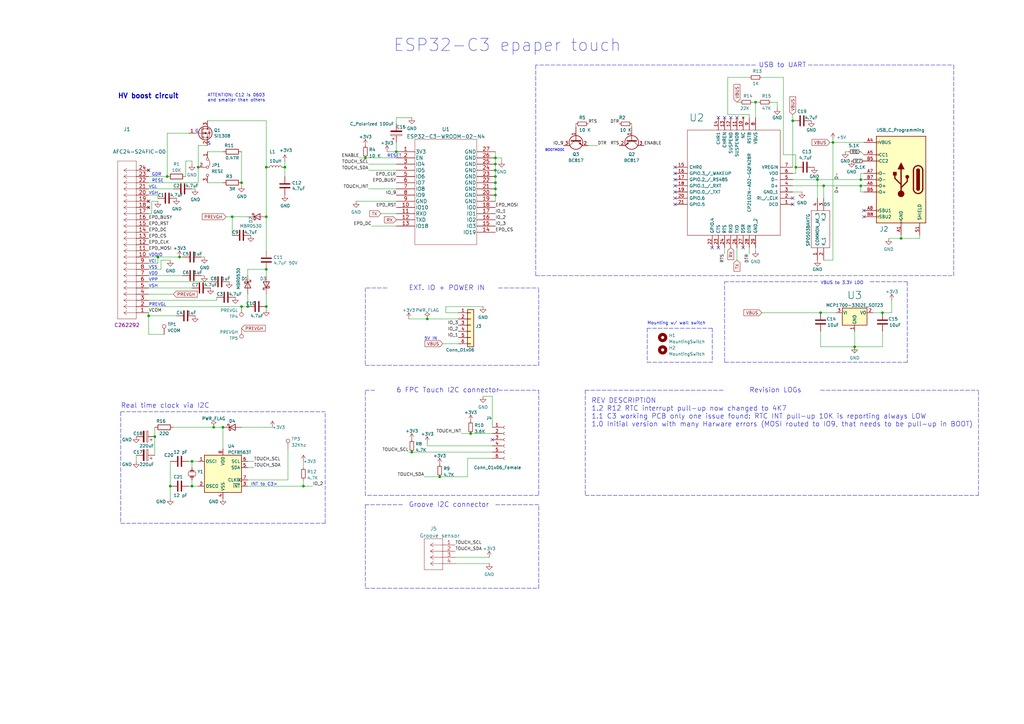
<source format=kicad_sch>
(kicad_sch (version 20211123) (generator eeschema)
  (paper "A3")
  (title_block (title "ESP32-C3 epaper controller with touch") (date "2022-11-22") (rev "1.2") (comment 1 "be used in home appliances with no more than 200 Watts top consumption.") (comment 2 "industrial heavy load devices. This an experimental switch that should only") (comment 3 "it should NOT be used in any case for machinery that is for medical use or") (comment 4 "IMPORTANT: If used as an ON / OFF switch"))
  (junction (at 81.28 68.58))
  (junction (at 124.46 199.39))
  (junction (at 109.22 88.9))
  (junction (at 116.84 68.58))
  (junction (at 99.06 125.73))
  (junction (at 341.63 58.42))
  (junction (at 203.2 67.31))
  (junction (at 180.34 195.58))
  (junction (at 78.74 199.39))
  (junction (at 162.56 62.23))
  (junction (at 149.86 64.77))
  (junction (at 335.28 73.66))
  (junction (at 175.26 130.81))
  (junction (at 369.57 97.79))
  (junction (at 64.77 105.41))
  (junction (at 73.66 105.41))
  (junction (at 203.2 80.01))
  (junction (at 78.74 189.23))
  (junction (at 203.2 74.93))
  (junction (at 309.88 41.91))
  (junction (at 350.52 142.24))
  (junction (at 325.12 49.53))
  (junction (at 109.22 68.58))
  (junction (at 69.85 199.39))
  (junction (at 87.63 175.26))
  (junction (at 109.22 125.73))
  (junction (at 60.96 129.54))
  (junction (at 203.2 77.47))
  (junction (at 168.91 185.42))
  (junction (at 193.04 177.8))
  (junction (at 109.22 110.49))
  (junction (at 353.06 73.66))
  (junction (at 63.5 179.07))
  (junction (at 337.82 76.2))
  (junction (at 361.95 128.27))
  (junction (at 91.44 175.26))
  (junction (at 203.2 69.85))
  (junction (at 336.55 128.27))
  (junction (at 353.06 76.2))
  (junction (at 203.2 64.77))
  (junction (at 101.6 125.73))
  (junction (at 203.2 72.39))
  (junction (at 95.25 88.9))
  (junction (at 99.06 74.93))
  (junction (at 326.39 68.58))
  (junction (at 68.58 72.39))
  (no_connect (at 354.33 88.9))
  (no_connect (at 276.86 68.58))
  (no_connect (at 276.86 78.74))
  (no_connect (at 304.8 101.6))
  (no_connect (at 297.18 48.26))
  (no_connect (at 276.86 81.28))
  (no_connect (at 294.64 48.26))
  (no_connect (at 299.72 48.26))
  (no_connect (at 60.96 85.09))
  (no_connect (at 325.12 81.28))
  (no_connect (at 294.64 101.6))
  (no_connect (at 60.96 69.85))
  (no_connect (at 276.86 76.2))
  (no_connect (at 276.86 73.66))
  (no_connect (at 325.12 83.82))
  (no_connect (at 60.96 82.55))
  (no_connect (at 276.86 71.12))
  (no_connect (at 354.33 86.36))
  (no_connect (at 302.26 48.26))
  (no_connect (at 292.1 101.6))
  (no_connect (at 201.93 180.34))
  (no_connect (at 276.86 83.82))
  (polyline (pts (xy 372.11 115.57) (xy 372.11 148.59)))
  (wire (pts (xy 325.12 49.53) (xy 325.12 68.58)))
  (polyline (pts (xy 220.98 207.01) (xy 203.2 207.01)))
  (wire (pts (xy 350.52 142.24) (xy 350.52 144.78)))
  (wire (pts (xy 76.2 72.39) (xy 76.2 66.04)))
  (wire (pts (xy 91.44 175.26) (xy 91.44 184.15)))
  (wire (pts (xy 151.13 67.31) (xy 162.56 67.31)))
  (polyline (pts (xy 49.53 168.91) (xy 133.35 168.91)))
  (wire (pts (xy 81.28 68.58) (xy 81.28 74.93)))
  (wire (pts (xy 149.86 64.77) (xy 147.32 64.77)))
  (wire (pts (xy 78.74 196.85) (xy 78.74 199.39)))
  (polyline (pts (xy 265.43 148.59) (xy 292.1 148.59)))
  (wire (pts (xy 180.34 195.58) (xy 191.77 195.58)))
  (wire (pts (xy 64.77 107.95) (xy 64.77 105.41)))
  (polyline (pts (xy 372.11 148.59) (xy 297.18 148.59)))
  (wire (pts (xy 60.96 128.27) (xy 60.96 129.54)))
  (wire (pts (xy 60.96 123.19) (xy 88.9 123.19)))
  (wire (pts (xy 116.84 68.58) (xy 116.84 72.39)))
  (wire (pts (xy 60.96 129.54) (xy 60.96 137.16)))
  (polyline (pts (xy 240.03 160.02) (xy 297.18 160.02)))
  (wire (pts (xy 189.23 177.8) (xy 193.04 177.8)))
  (wire (pts (xy 175.26 130.81) (xy 187.96 130.81)))
  (wire (pts (xy 336.55 142.24) (xy 350.52 142.24)))
  (polyline (pts (xy 158.75 118.11) (xy 149.86 118.11)))
  (wire (pts (xy 162.56 58.42) (xy 162.56 62.23)))
  (wire (pts (xy 101.6 199.39) (xy 124.46 199.39)))
  (wire (pts (xy 203.2 62.23) (xy 203.2 64.77)))
  (wire (pts (xy 109.22 127) (xy 109.22 125.73)))
  (wire (pts (xy 309.88 48.26) (xy 309.88 41.91)))
  (wire (pts (xy 60.96 129.54) (xy 72.39 129.54)))
  (wire (pts (xy 337.82 76.2) (xy 337.82 81.28)))
  (wire (pts (xy 303.53 41.91) (xy 302.26 41.91)))
  (polyline (pts (xy 391.16 113.03) (xy 391.16 26.67)))
  (wire (pts (xy 92.71 88.9) (xy 95.25 88.9)))
  (wire (pts (xy 109.22 68.58) (xy 109.22 88.9)))
  (wire (pts (xy 203.2 74.93) (xy 203.2 77.47)))
  (polyline (pts (xy 297.18 115.57) (xy 335.28 115.57)))
  (wire (pts (xy 354.33 78.74) (xy 353.06 78.74)))
  (wire (pts (xy 326.39 63.5) (xy 326.39 68.58)))
  (wire (pts (xy 60.96 125.73) (xy 99.06 125.73)))
  (wire (pts (xy 124.46 196.85) (xy 124.46 199.39)))
  (wire (pts (xy 173.99 195.58) (xy 180.34 195.58)))
  (wire (pts (xy 99.06 62.23) (xy 99.06 74.93)))
  (wire (pts (xy 78.74 189.23) (xy 78.74 191.77)))
  (wire (pts (xy 80.01 77.47) (xy 78.74 77.47)))
  (wire (pts (xy 60.96 107.95) (xy 64.77 107.95)))
  (wire (pts (xy 77.47 189.23) (xy 78.74 189.23)))
  (polyline (pts (xy 49.53 214.63) (xy 133.35 214.63)))
  (wire (pts (xy 55.88 186.69) (xy 55.88 189.23)))
  (wire (pts (xy 60.96 74.93) (xy 81.28 74.93)))
  (polyline (pts (xy 240.03 203.2) (xy 401.32 203.2)))
  (wire (pts (xy 63.5 175.26) (xy 63.5 179.07)))
  (wire (pts (xy 353.06 73.66) (xy 354.33 73.66)))
  (polyline (pts (xy 149.86 241.3) (xy 220.98 241.3)))
  (wire (pts (xy 335.28 73.66) (xy 335.28 81.28)))
  (wire (pts (xy 298.45 46.99) (xy 298.45 31.75)))
  (wire (pts (xy 64.77 105.41) (xy 73.66 105.41)))
  (polyline (pts (xy 149.86 149.86) (xy 220.98 149.86)))
  (wire (pts (xy 201.93 162.56) (xy 201.93 175.26)))
  (wire (pts (xy 81.28 199.39) (xy 78.74 199.39)))
  (wire (pts (xy 116.84 68.58) (xy 116.84 66.04)))
  (polyline (pts (xy 165.1 207.01) (xy 149.86 207.01)))
  (wire (pts (xy 85.09 74.93) (xy 91.44 74.93)))
  (wire (pts (xy 341.63 57.15) (xy 341.63 58.42)))
  (wire (pts (xy 361.95 128.27) (xy 365.76 128.27)))
  (wire (pts (xy 354.33 71.12) (xy 353.06 71.12)))
  (wire (pts (xy 350.52 135.89) (xy 350.52 142.24)))
  (wire (pts (xy 307.34 48.26) (xy 307.34 46.99)))
  (wire (pts (xy 326.39 71.12) (xy 325.12 71.12)))
  (polyline (pts (xy 204.47 118.11) (xy 220.98 118.11)))
  (wire (pts (xy 109.22 110.49) (xy 109.22 113.03)))
  (wire (pts (xy 302.26 106.68) (xy 302.26 101.6)))
  (wire (pts (xy 259.08 50.8) (xy 259.08 52.07)))
  (wire (pts (xy 91.44 62.23) (xy 85.09 62.23)))
  (wire (pts (xy 309.88 102.87) (xy 309.88 101.6)))
  (wire (pts (xy 198.12 162.56) (xy 201.93 162.56)))
  (wire (pts (xy 341.63 106.68) (xy 341.63 58.42)))
  (polyline (pts (xy 309.88 26.67) (xy 219.71 26.67)))
  (wire (pts (xy 82.55 113.03) (xy 83.82 113.03)))
  (polyline (pts (xy 149.86 118.11) (xy 149.86 149.86)))
  (wire (pts (xy 71.12 175.26) (xy 87.63 175.26)))
  (wire (pts (xy 77.47 199.39) (xy 78.74 199.39)))
  (polyline (pts (xy 149.86 207.01) (xy 149.86 241.3)))
  (wire (pts (xy 78.74 189.23) (xy 81.28 189.23)))
  (wire (pts (xy 312.42 128.27) (xy 336.55 128.27)))
  (wire (pts (xy 62.23 87.63) (xy 62.23 82.55)))
  (wire (pts (xy 101.6 196.85) (xy 118.11 196.85)))
  (wire (pts (xy 241.3 59.69) (xy 245.11 59.69)))
  (wire (pts (xy 168.91 48.26) (xy 162.56 48.26)))
  (wire (pts (xy 60.96 105.41) (xy 64.77 105.41)))
  (polyline (pts (xy 220.98 149.86) (xy 220.98 118.11)))
  (wire (pts (xy 353.06 71.12) (xy 353.06 73.66)))
  (wire (pts (xy 104.14 189.23) (xy 101.6 189.23)))
  (wire (pts (xy 63.5 186.69) (xy 63.5 179.07)))
  (wire (pts (xy 328.93 78.74) (xy 325.12 78.74)))
  (wire (pts (xy 68.58 54.61) (xy 77.47 54.61)))
  (wire (pts (xy 316.23 41.91) (xy 318.77 41.91)))
  (polyline (pts (xy 336.55 160.02) (xy 401.32 160.02)))
  (polyline (pts (xy 292.1 134.62) (xy 292.1 148.59)))
  (wire (pts (xy 203.2 69.85) (xy 203.2 72.39)))
  (wire (pts (xy 369.57 97.79) (xy 369.57 96.52)))
  (polyline (pts (xy 220.98 203.2) (xy 149.86 203.2)))
  (wire (pts (xy 60.96 118.11) (xy 78.74 118.11)))
  (wire (pts (xy 146.05 82.55) (xy 162.56 82.55)))
  (wire (pts (xy 312.42 31.75) (xy 321.31 31.75)))
  (wire (pts (xy 99.06 125.73) (xy 101.6 125.73)))
  (wire (pts (xy 101.6 110.49) (xy 109.22 110.49)))
  (wire (pts (xy 99.06 175.26) (xy 111.76 175.26)))
  (polyline (pts (xy 220.98 160.02) (xy 220.98 203.2)))
  (wire (pts (xy 175.26 182.88) (xy 175.26 181.61)))
  (wire (pts (xy 321.31 63.5) (xy 326.39 63.5)))
  (wire (pts (xy 83.82 105.41) (xy 82.55 105.41)))
  (polyline (pts (xy 219.71 113.03) (xy 391.16 113.03)))
  (wire (pts (xy 66.04 106.68) (xy 69.85 106.68)))
  (wire (pts (xy 186.69 228.6) (xy 200.66 228.6)))
  (polyline (pts (xy 292.1 134.62) (xy 265.43 134.62)))
  (wire (pts (xy 365.76 128.27) (xy 365.76 123.19)))
  (wire (pts (xy 91.44 175.26) (xy 87.63 175.26)))
  (wire (pts (xy 71.12 120.65) (xy 60.96 120.65)))
  (wire (pts (xy 203.2 80.01) (xy 203.2 82.55)))
  (wire (pts (xy 307.34 104.14) (xy 307.34 101.6)))
  (wire (pts (xy 337.82 76.2) (xy 353.06 76.2)))
  (wire (pts (xy 191.77 187.96) (xy 201.93 187.96)))
  (wire (pts (xy 318.77 41.91) (xy 318.77 44.45)))
  (wire (pts (xy 309.88 41.91) (xy 311.15 41.91)))
  (wire (pts (xy 198.12 125.73) (xy 182.88 125.73)))
  (wire (pts (xy 167.64 130.81) (xy 175.26 130.81)))
  (wire (pts (xy 81.28 59.69) (xy 81.28 68.58)))
  (wire (pts (xy 353.06 76.2) (xy 354.33 76.2)))
  (polyline (pts (xy 149.86 160.02) (xy 153.67 160.02)))
  (wire (pts (xy 62.23 82.55) (xy 64.77 82.55)))
  (wire (pts (xy 60.96 80.01) (xy 64.77 80.01)))
  (wire (pts (xy 69.85 199.39) (xy 69.85 204.47)))
  (wire (pts (xy 298.45 31.75) (xy 307.34 31.75)))
  (wire (pts (xy 336.55 135.89) (xy 336.55 142.24)))
  (wire (pts (xy 325.12 76.2) (xy 337.82 76.2)))
  (wire (pts (xy 361.95 142.24) (xy 361.95 135.89)))
  (polyline (pts (xy 149.86 203.2) (xy 149.86 160.02)))
  (wire (pts (xy 118.11 196.85) (xy 118.11 184.15)))
  (wire (pts (xy 377.19 97.79) (xy 369.57 97.79)))
  (polyline (pts (xy 356.87 115.57) (xy 372.11 115.57)))
  (wire (pts (xy 201.93 182.88) (xy 175.26 182.88)))
  (wire (pts (xy 68.58 72.39) (xy 68.58 54.61)))
  (wire (pts (xy 152.4 92.71) (xy 162.56 92.71)))
  (wire (pts (xy 104.14 191.77) (xy 101.6 191.77)))
  (polyline (pts (xy 240.03 160.02) (xy 240.03 203.2)))
  (wire (pts (xy 205.74 64.77) (xy 203.2 64.77)))
  (wire (pts (xy 151.13 69.85) (xy 162.56 69.85)))
  (wire (pts (xy 85.09 49.53) (xy 109.22 49.53)))
  (wire (pts (xy 99.06 76.2) (xy 99.06 74.93)))
  (wire (pts (xy 168.91 185.42) (xy 201.93 185.42)))
  (wire (pts (xy 325.12 46.99) (xy 325.12 49.53)))
  (wire (pts (xy 182.88 125.73) (xy 182.88 128.27)))
  (wire (pts (xy 353.06 78.74) (xy 353.06 76.2)))
  (wire (pts (xy 74.93 105.41) (xy 73.66 105.41)))
  (wire (pts (xy 297.18 104.14) (xy 297.18 101.6)))
  (wire (pts (xy 193.04 177.8) (xy 201.93 177.8)))
  (polyline (pts (xy 331.47 26.67) (xy 391.16 26.67)))
  (wire (pts (xy 308.61 41.91) (xy 309.88 41.91)))
  (wire (pts (xy 78.74 66.04) (xy 78.74 67.31)))
  (wire (pts (xy 203.2 67.31) (xy 203.2 69.85)))
  (wire (pts (xy 101.6 120.65) (xy 101.6 125.73)))
  (wire (pts (xy 76.2 66.04) (xy 78.74 66.04)))
  (wire (pts (xy 335.28 73.66) (xy 353.06 73.66)))
  (wire (pts (xy 162.56 48.26) (xy 162.56 50.8)))
  (wire (pts (xy 205.74 66.04) (xy 205.74 64.77)))
  (polyline (pts (xy 204.47 160.02) (xy 220.98 160.02)))
  (wire (pts (xy 325.12 73.66) (xy 335.28 73.66)))
  (wire (pts (xy 151.13 77.47) (xy 162.56 77.47)))
  (wire (pts (xy 167.64 185.42) (xy 168.91 185.42)))
  (wire (pts (xy 341.63 58.42) (xy 354.33 58.42)))
  (wire (pts (xy 307.34 46.99) (xy 298.45 46.99)))
  (wire (pts (xy 182.88 128.27) (xy 187.96 128.27)))
  (wire (pts (xy 236.22 50.8) (xy 236.22 52.07)))
  (wire (pts (xy 69.85 189.23) (xy 69.85 199.39)))
  (wire (pts (xy 60.96 115.57) (xy 86.36 115.57)))
  (wire (pts (xy 64.77 80.01) (xy 64.77 81.28)))
  (wire (pts (xy 149.86 64.77) (xy 162.56 64.77)))
  (wire (pts (xy 60.96 110.49) (xy 66.04 110.49)))
  (wire (pts (xy 203.2 72.39) (xy 203.2 74.93)))
  (wire (pts (xy 81.28 59.69) (xy 85.09 59.69)))
  (wire (pts (xy 60.96 113.03) (xy 74.93 113.03)))
  (wire (pts (xy 203.2 77.47) (xy 203.2 80.01)))
  (wire (pts (xy 60.96 137.16) (xy 67.31 137.16)))
  (wire (pts (xy 109.22 88.9) (xy 109.22 102.87)))
  (wire (pts (xy 60.96 72.39) (xy 68.58 72.39)))
  (wire (pts (xy 124.46 189.23) (xy 124.46 191.77)))
  (wire (pts (xy 109.22 120.65) (xy 109.22 125.73)))
  (polyline (pts (xy 265.43 134.62) (xy 265.43 148.59)))
  (wire (pts (xy 346.71 62.23) (xy 347.98 62.23)))
  (wire (pts (xy 60.96 77.47) (xy 71.12 77.47)))
  (wire (pts (xy 350.52 142.24) (xy 361.95 142.24)))
  (wire (pts (xy 95.25 88.9) (xy 101.6 88.9)))
  (wire (pts (xy 353.06 62.23) (xy 354.33 63.5)))
  (wire (pts (xy 60.96 87.63) (xy 62.23 87.63)))
  (wire (pts (xy 321.31 31.75) (xy 321.31 63.5)))
  (wire (pts (xy 109.22 49.53) (xy 109.22 68.58)))
  (wire (pts (xy 181.61 140.97) (xy 187.96 140.97)))
  (polyline (pts (xy 49.53 168.91) (xy 49.53 214.63)))
  (wire (pts (xy 95.25 96.52) (xy 95.25 88.9)))
  (wire (pts (xy 377.19 96.52) (xy 377.19 97.79)))
  (polyline (pts (xy 401.32 203.2) (xy 401.32 160.02)))
  (wire (pts (xy 101.6 113.03) (xy 101.6 110.49)))
  (wire (pts (xy 156.21 87.63) (xy 162.56 87.63)))
  (wire (pts (xy 200.66 231.14) (xy 186.69 231.14)))
  (polyline (pts (xy 219.71 26.67) (xy 219.71 113.03)))
  (wire (pts (xy 358.14 128.27) (xy 361.95 128.27)))
  (wire (pts (xy 88.9 123.19) (xy 88.9 121.92)))
  (wire (pts (xy 124.46 199.39) (xy 128.27 199.39)))
  (wire (pts (xy 326.39 68.58) (xy 326.39 71.12)))
  (wire (pts (xy 66.04 110.49) (xy 66.04 106.68)))
  (wire (pts (xy 191.77 195.58) (xy 191.77 187.96)))
  (wire (pts (xy 340.36 58.42) (xy 341.63 58.42)))
  (wire (pts (xy 336.55 128.27) (xy 342.9 128.27)))
  (polyline (pts (xy 133.35 214.63) (xy 133.35 168.91)))
  (wire (pts (xy 364.49 97.79) (xy 369.57 97.79)))
  (wire (pts (xy 203.2 64.77) (xy 203.2 67.31)))
  (polyline (pts (xy 297.18 148.59) (xy 297.18 115.57)))
  (polyline (pts (xy 220.98 241.3) (xy 220.98 207.01)))
  (wire (pts (xy 158.75 62.23) (xy 162.56 62.23)))
  (wire (pts (xy 337.82 106.68) (xy 341.63 106.68)))
  (text "PREVGL" (at 60.96 125.73 0) (effects (font (size 1.27 1.27)) (justify left bottom)))
  (text "EXT. IO + POWER IN" (at 167.64 119.38 0) (effects (font (size 2 2)) (justify left bottom)))
  (text "RESE" (at 62.23 74.93 0) (effects (font (size 1.27 1.27)) (justify left bottom)))
  (text "VCI" (at 60.96 107.95 0) (effects (font (size 1.27 1.27)) (justify left bottom)))
  (text "VDDIO" (at 60.96 105.41 0) (effects (font (size 1.27 1.27)) (justify left bottom)))
  (text "REV DESCRIPTION\n1.2 R12 RTC interrupt pull-up now changed to 4K7\n1.1 C3 working PCB only one issue found: RTC INT pull-up 10K is reporting always LOW\n1.0 Initial version with many Harware errors (MOSI routed to IO9, that needs to be pull-up in BOOT)" (at 242.57 175.26 0) (effects (font (size 2 2)) (justify left bottom)))
  (text "Groove I2C connector" (at 167.64 208.28 0) (effects (font (size 2 2)) (justify left bottom)))
  (text "Revision LOGs" (at 307.34 161.29 0) (effects (font (size 2 2)) (justify left bottom)))
  (text "Real time clock via I2C" (at 49.53 167.64 0) (effects (font (size 2 2)) (justify left bottom)))
  (text "INT to C3>" (at 102.87 199.39 0) (effects (font (size 1.27 1.27)) (justify left bottom)))
  (text "BOOTMODE" (at 223.52 62.23 0) (effects (font (size 1 1)) (justify left bottom)))
  (text "5V IN" (at 173.99 139.7 0) (effects (font (size 1.27 1.27)) (justify left bottom)))
  (text "6 FPC Touch I2C connector" (at 162.56 161.29 0) (effects (font (size 2 2)) (justify left bottom)))
  (text "VDD" (at 60.96 113.03 0) (effects (font (size 1.27 1.27)) (justify left bottom)))
  (text "S" (at 85.09 59.69 0) (effects (font (size 1.27 1.27)) (justify left bottom)))
  (text "VSH" (at 60.96 118.11 0) (effects (font (size 1.27 1.27)) (justify left bottom)))
  (text "VSS" (at 60.96 110.49 0) (effects (font (size 1.27 1.27)) (justify left bottom)))
  (text "VPP" (at 60.96 115.57 0) (effects (font (size 1.27 1.27)) (justify left bottom)))
  (text "VGL" (at 60.96 77.47 0) (effects (font (size 1.27 1.27)) (justify left bottom)))
  (text "RESET" (at 158.75 64.77 0) (effects (font (size 1.27 1.27)) (justify left bottom)))
  (text "ATTENTION: C12 is 0603\nand smaller than others" (at 85.09 41.91 0) (effects (font (size 1.27 1.27)) (justify left bottom)))
  (text "VGH" (at 60.96 80.01 0) (effects (font (size 1.27 1.27)) (justify left bottom)))
  (text "USB to UART" (at 311.15 27.94 0) (effects (font (size 2 2)) (justify left bottom)))
  (text "VBUS to 3.3V LDO" (at 336.55 116.84 0) (effects (font (size 1.27 1.27)) (justify left bottom)))
  (text "GDR" (at 62.23 72.39 0) (effects (font (size 1.27 1.27)) (justify left bottom)))
  (text "G" (at 80.01 54.61 0) (effects (font (size 1.27 1.27)) (justify left bottom)))
  (text "ESP32-C3 epaper touch" (at 161.29 21.59 0) (effects (font (size 5 5)) (justify left bottom)))
  (text "Mounting w/ wall switch" (at 265.43 133.35 0) (effects (font (size 1.27 1.27)) (justify left bottom)))
  (text "HV boost circuit" (at 48.26 40.64 0) (effects (font (size 2 2) (thickness 0.4) bold) (justify left bottom)))
  (label "IO_3" (at 187.96 133.35 180))
  (label "EPD_CLK" (at 162.56 72.39 180))
  (label "TOUCH_SCL" (at 167.64 185.42 180))
  (label "IO_2" (at 187.96 135.89 180))
  (label "TOUCH_SDA" (at 104.14 191.77 0))
  (label "VCOM" (at 60.96 128.27 0))
  (label "TOUCH_SCL" (at 186.69 223.52 0))
  (label "IO_1" (at 203.2 87.63 0))
  (label "TOUCH_SCL" (at 151.13 67.31 180))
  (label "EPD_DC" (at 60.96 95.25 0))
  (label "IO_9" (at 162.56 80.01 180))
  (label "EPD_CS" (at 60.96 97.79 0))
  (label "TOUCH_SCL" (at 104.14 189.23 0))
  (label "RTS" (at 241.3 50.8 0))
  (label "IO_9" (at 231.14 59.69 180))
  (label "EPD_RST" (at 162.56 85.09 180))
  (label "EPD_BUSY" (at 162.56 74.93 180))
  (label "TOUCH_INT" (at 151.13 77.47 180))
  (label "ENABLE" (at 147.32 64.77 180))
  (label "RTS" (at 254 59.69 180))
  (label "TOUCH_SDA" (at 186.69 226.06 0))
  (label "DTR" (at 307.34 104.14 270))
  (label "IO_1" (at 187.96 138.43 180))
  (label "DTR" (at 245.11 59.69 0))
  (label "TOUCH_SDA" (at 173.99 195.58 180))
  (label "EPD_DC" (at 152.4 92.71 180))
  (label "DTR" (at 254 50.8 180))
  (label "TOUCH_SDA" (at 151.13 69.85 180))
  (label "EPD_BUSY" (at 60.96 90.17 0))
  (label "EPD_CLK" (at 60.96 100.33 0))
  (label "TOUCH_INT" (at 189.23 177.8 180))
  (label "IO_3" (at 203.2 92.71 0))
  (label "RTS" (at 297.18 104.14 270))
  (label "EPD_RST" (at 60.96 92.71 0))
  (label "ENABLE" (at 264.16 59.69 0))
  (label "EPD_CS" (at 203.2 95.25 0))
  (label "D+" (at 344.17 76.2 270))
  (label "IO_2" (at 203.2 90.17 0))
  (label "EPD_MOSI" (at 60.96 102.87 0))
  (label "IO_2" (at 128.27 199.39 0))
  (label "D-" (at 344.17 73.66 90))
  (label "EPD_MOSI" (at 203.2 85.09 0))
  (global_label "VBUS" (shape input) (at 181.61 140.97 180) (property "Intersheet References" "${INTERSHEET_REFS}" (effects hide)))
  (global_label "VBUS" (shape input) (at 325.12 46.99 90) (property "Intersheet References" "${INTERSHEET_REFS}" (effects hide)))
  (global_label "PREVGH" (shape input) (at 71.12 120.65 0) (property "Intersheet References" "${INTERSHEET_REFS}" (effects hide)))
  (global_label "RX" (shape input) (at 162.56 90.17 180) (property "Intersheet References" "${INTERSHEET_REFS}" (effects hide)))
  (global_label "VBUS" (shape input) (at 302.26 41.91 90) (property "Intersheet References" "${INTERSHEET_REFS}" (effects hide)))
  (global_label "TX" (shape input) (at 302.26 106.68 270) (property "Intersheet References" "${INTERSHEET_REFS}" (effects hide)))
  (global_label "PREVGH" (shape input) (at 92.71 88.9 180) (property "Intersheet References" "${INTERSHEET_REFS}" (effects hide)))
  (global_label "PREVGH" (shape input) (at 99.06 134.62 0) (property "Intersheet References" "${INTERSHEET_REFS}" (effects hide)))
  (global_label "VBUS" (shape input) (at 340.36 58.42 180) (property "Intersheet References" "${INTERSHEET_REFS}" (effects hide)))
  (global_label "TX" (shape input) (at 156.21 87.63 180) (property "Intersheet References" "${INTERSHEET_REFS}" (effects hide)))
  (global_label "RX" (shape input) (at 299.72 101.6 270) (property "Intersheet References" "${INTERSHEET_REFS}" (effects hide)))
  (global_label "VBUS" (shape input) (at 312.42 128.27 180) (property "Intersheet References" "${INTERSHEET_REFS}" (effects hide)))
  (symbol (lib_id "Jumper:Jumper_3_Bridged12") (at 85.09 68.58 270) (unit 1)
    (property "Reference" "JP1" (at 86.7162 67.7453 90) (effects (justify left)))
    (property "Value" "RESE" (at 86.7162 70.2822 90) (effects (justify left)))
    (property "Footprint" "footprint:switch-MK-12C02-G020" (effects hide))
    (property "LCSC" "C2911519" (effects hide))
  )
  (symbol (lib_id "power:GND") (at 364.49 97.79 0) (unit 1)
    (property "Reference" "#PWR06" (effects hide))
    (property "Value" "GND" (at 364.49 102.2334 0))
  )
  (symbol (lib_id "power:+3V3") (at 175.26 181.61 0) (unit 1)
    (property "Reference" "#PWR0125" (effects hide))
    (property "Value" "+3V3" (at 175.26 178.0342 0))
  )
  (symbol (lib_id "Device:R_Small") (at 350.52 62.23 270) (unit 1)
    (property "Reference" "R6" (at 349.25 62.23 90) (effects (justify left)))
    (property "Value" "5.1K" (at 347.98 59.69 90) (effects (justify left)))
    (property "Footprint" "Resistor_SMD:R_0603_1608Metric" (effects hide))
    (property "Datasheet" "https://datasheet.lcsc.com/lcsc/2206010116_UNI-ROYAL-Uniroyal-Elec-0603WAF5101T5E_C23186.pdf" (effects hide))
    (property "LCSC" "C23186" (effects hide))
  )
  (symbol (lib_id "power:GND") (at 69.85 106.68 0) (unit 1)
    (property "Reference" "#PWR0105" (effects hide))
    (property "Value" "GND" (at 69.977 111.0742 0))
  )
  (symbol (lib_id "Device:R_Small") (at 309.88 31.75 270) (unit 1)
    (property "Reference" "R13" (at 308.61 29.21 90) (effects (justify left)))
    (property "Value" "1K" (at 308.61 34.29 90) (effects (justify left)))
    (property "Footprint" "Resistor_SMD:R_0603_1608Metric" (effects hide))
    (property "Datasheet" "https://jlcpcb.com/partdetail/21904-0603WAF1001T5E/C21190" (effects hide))
    (property "LCSC" "C21190" (effects hide))
  )
  (symbol (lib_id "Device:C") (at 78.74 105.41 270) (unit 1)
    (property "Reference" "C5" (at 76.2 104.14 90))
    (property "Value" "1uF" (at 81.28 104.14 90))
    (property "Footprint" "Capacitor_SMD:C_0805_2012Metric_Pad1.18x1.45mm_HandSolder" (effects hide))
    (property "LCSC" "C28323" (effects hide))
  )
  (symbol (lib_id "power:GND") (at 80.01 77.47 0) (unit 1)
    (property "Reference" "#PWR0112" (effects hide))
    (property "Value" "GND" (at 80.137 81.8642 0))
  )
  (symbol (lib_id "Device:C") (at 68.58 81.28 270) (unit 1)
    (property "Reference" "C1" (at 66.04 80.01 90))
    (property "Value" "4.7uF" (at 72.39 80.01 90))
    (property "Footprint" "Capacitor_SMD:C_0805_2012Metric_Pad1.18x1.45mm_HandSolder" (effects hide))
    (property "LCSC" "C1779" (effects hide))
  )
  (symbol (lib_id "power:GND") (at 328.93 78.74 0) (unit 1)
    (property "Reference" "#PWR02" (effects hide))
    (property "Value" "GND" (at 328.93 83.1834 0))
  )
  (symbol (lib_id "power:+3.3V") (at 365.76 123.19 0) (unit 1)
    (property "Reference" "#PWR09" (effects hide))
    (property "Value" "+3.3V" (at 365.76 119.6142 0))
  )
  (symbol (lib_id "Device:R") (at 72.39 72.39 90) (unit 1)
    (property "Reference" "R1" (at 72.39 67.31 90))
    (property "Value" "10K" (at 72.39 69.85 90))
    (property "Footprint" "Resistor_SMD:R_0603_1608Metric" (effects hide))
    (property "Datasheet" "https://jlcpcb.com/partdetail/26547-0603WAF1002T5E/C25804" (effects hide))
    (property "LCSC" "C25804" (effects hide))
  )
  (symbol (lib_id "Device:R_Small") (at 168.91 182.88 0) (unit 1)
    (property "Reference" "R8" (at 170.4086 182.0453 0) (effects (justify left)))
    (property "Value" "4.7K" (at 170.4086 184.5822 0) (effects (justify left)))
    (property "Footprint" "Resistor_SMD:R_0603_1608Metric" (effects hide))
    (property "Datasheet" "https://jlcpcb.com/partdetail/23889-0603WAF4701T5E/C23162" (effects hide))
    (property "LCSC" "C23162" (effects hide))
  )
  (symbol (lib_id "power:GND") (at 146.05 82.55 0) (unit 1)
    (property "Reference" "#PWR0102" (effects hide))
    (property "Value" "GND" (at 146.05 86.9934 0))
  )
  (symbol (lib_id "Device:C") (at 78.74 113.03 270) (unit 1)
    (property "Reference" "C6" (at 76.2 111.76 90))
    (property "Value" "1uF" (at 81.28 111.76 90))
    (property "Footprint" "Capacitor_SMD:C_0805_2012Metric_Pad1.18x1.45mm_HandSolder" (effects hide))
    (property "LCSC" "C28323" (effects hide))
  )
  (symbol (lib_id "MOLEX-I2C-532530470:532530470") (at 186.69 223.52 0) (mirror y) (unit 1)
    (property "Reference" "J5" (at 177.8 216.8324 0) (effects (font (size 1.524 1.524))))
    (property "Value" "Groove sensor" (at 180.34 219.71 0) (effects (font (size 1.524 1.524))))
    (property "Footprint" "footprint:MOLEX-I2C-532530470" (effects hide))
  )
  (symbol (lib_id "Connector:TestPoint") (at 67.31 137.16 0) (unit 1)
    (property "Reference" "TP1" (at 68.707 133.0233 0) (effects (justify left)))
    (property "Value" "VCOM" (at 68.707 135.5602 0) (effects (justify left)))
    (property "Footprint" "TestPoint:TestPoint_Pad_D1.5mm" (effects hide))
  )
  (symbol (lib_id "Connector:TestPoint") (at 118.11 184.15 0) (mirror y) (unit 1)
    (property "Reference" "TP3" (at 119.507 180.0133 0) (effects (justify right)))
    (property "Value" "32Khz" (at 119.507 182.5502 0) (effects (justify right)))
    (property "Footprint" "TestPoint:TestPoint_Pad_D1.5mm" (effects hide))
  )
  (symbol (lib_id "power:+3V3") (at 73.66 105.41 0) (unit 1)
    (property "Reference" "#PWR0118" (effects hide))
    (property "Value" "+3V3" (at 73.66 101.8342 0))
  )
  (symbol (lib_id "power:+3V3") (at 168.91 180.34 0) (unit 1)
    (property "Reference" "#PWR0126" (effects hide))
    (property "Value" "+3V3" (at 168.91 176.7642 0))
  )
  (symbol (lib_id "power:GND") (at 109.22 127 0) (unit 1)
    (property "Reference" "#PWR0121" (effects hide))
    (property "Value" "GND" (effects hide))
  )
  (symbol (lib_id "Device:C") (at 99.06 96.52 270) (unit 1)
    (property "Reference" "C9" (at 96.52 95.25 90))
    (property "Value" "4.7uF" (at 102.87 95.25 90))
    (property "Footprint" "Capacitor_SMD:C_0805_2012Metric_Pad1.18x1.45mm_HandSolder" (effects hide))
    (property "LCSC" "C1779" (effects hide))
  )
  (symbol (lib_id "Device:R_Small") (at 306.07 41.91 270) (unit 1)
    (property "Reference" "R14" (at 304.8 39.37 90) (effects (justify left)))
    (property "Value" "22K" (at 303.53 44.45 90) (effects (justify left)))
    (property "Footprint" "Resistor_SMD:R_0603_1608Metric" (effects hide))
    (property "Datasheet" "https://jlcpcb.com/partdetail/32812-0603WAF2202T5E/C31850" (effects hide))
    (property "LCSC" "C31850" (effects hide))
  )
  (symbol (lib_id "Device:C") (at 73.66 199.39 90) (unit 1)
    (property "Reference" "C21" (at 71.12 195.58 90) (effects (justify right)))
    (property "Value" "12 pF" (at 71.12 203.2 90) (effects (justify right)))
    (property "Footprint" "Capacitor_SMD:C_0603_1608Metric" (effects hide))
    (property "LCSC" "C38523" (effects hide))
  )
  (symbol (lib_id "power:GND") (at 116.84 80.01 0) (unit 1)
    (property "Reference" "#PWR0117" (effects hide))
    (property "Value" "GND" (at 116.967 84.4042 0))
  )
  (symbol (lib_id "Diode:MBR0530") (at 101.6 116.84 270) (unit 1)
    (property "Reference" "D1" (at 100.33 114.3 90))
    (property "Value" "MBR0530" (at 97.79 114.3 0))
    (property "Footprint" "Diode_SMD:D_SOD-123" (effects hide))
    (property "Datasheet" "http://www.mccsemi.com/up_pdf/MBR0520~MBR0580(SOD123).pdf" (effects hide))
    (property "LCSC" "C77336" (effects hide))
  )
  (symbol (lib_id "power:+3V3") (at 200.66 228.6 0) (unit 1)
    (property "Reference" "#PWR017" (effects hide))
    (property "Value" "+3V3" (at 200.66 225.0242 0))
  )
  (symbol (lib_id "power:GND") (at 72.39 81.28 0) (unit 1)
    (property "Reference" "#PWR0113" (effects hide))
    (property "Value" "GND" (at 72.517 85.6742 0))
  )
  (symbol (lib_id "power:GND") (at 309.88 102.87 0) (unit 1)
    (property "Reference" "#PWR01" (effects hide))
    (property "Value" "GND" (at 309.88 107.3134 0))
  )
  (symbol (lib_id "power:GND") (at 86.36 118.11 0) (unit 1)
    (property "Reference" "#PWR0107" (effects hide))
    (property "Value" "GND" (effects hide))
  )
  (symbol (lib_id "Device:C_Polarized") (at 59.69 186.69 270) (mirror x) (unit 1)
    (property "Reference" "C17" (at 54.61 185.42 90) (effects (justify left)))
    (property "Value" "220uF" (at 57.15 190.5 90) (effects (justify left)))
    (property "Footprint" "Capacitor_Tantalum_SMD:CP_EIA-3528-21_Kemet-B" (effects hide))
    (property "Datasheet" "https://jlcpcb.com/partdetail/Kemet-T490B227M006ATE500/C122252" (effects hide))
    (property "LCSC" "C122252" (effects hide))
  )
  (symbol (lib_id "power:GND") (at 334.01 68.58 0) (unit 1)
    (property "Reference" "#PWR020" (effects hide))
    (property "Value" "GND" (at 334.01 72.39 0))
  )
  (symbol (lib_id "Device:R_Small") (at 351.79 66.04 270) (unit 1)
    (property "Reference" "R7" (at 350.52 66.04 90) (effects (justify left)))
    (property "Value" "5.1K" (at 350.52 68.58 90) (effects (justify left)))
    (property "Footprint" "Resistor_SMD:R_0603_1608Metric" (effects hide))
    (property "Datasheet" "https://datasheet.lcsc.com/lcsc/2206010116_UNI-ROYAL-Uniroyal-Elec-0603WAF5101T5E_C23186.pdf" (effects hide))
    (property "LCSC" "C23186" (effects hide))
  )
  (symbol (lib_id "Device:C") (at 76.2 129.54 270) (unit 1)
    (property "Reference" "C4" (at 73.66 128.27 90))
    (property "Value" "1uF" (at 78.74 128.27 90))
    (property "Footprint" "Capacitor_SMD:C_0805_2012Metric_Pad1.18x1.45mm_HandSolder" (effects hide))
    (property "LCSC" "C28323" (effects hide))
  )
  (symbol (lib_id "power:GND") (at 80.01 129.54 0) (unit 1)
    (property "Reference" "#PWR0120" (effects hide))
    (property "Value" "GND" (effects hide))
  )
  (symbol (lib_id "Device:R_Small") (at 180.34 193.04 0) (unit 1)
    (property "Reference" "R9" (at 181.8386 192.2053 0) (effects (justify left)))
    (property "Value" "4.7K" (at 181.8386 194.7422 0) (effects (justify left)))
    (property "Footprint" "Resistor_SMD:R_0603_1608Metric" (effects hide))
    (property "Datasheet" "https://jlcpcb.com/partdetail/23889-0603WAF4701T5E/C23162" (effects hide))
    (property "LCSC" "C23162" (effects hide))
  )
  (symbol (lib_id "power:GND") (at 96.52 121.92 0) (unit 1)
    (property "Reference" "#PWR0106" (effects hide))
    (property "Value" "GND" (effects hide))
  )
  (symbol (lib_id "Device:R_Small") (at 193.04 175.26 0) (unit 1)
    (property "Reference" "R10" (at 194.5386 174.4253 0) (effects (justify left)))
    (property "Value" "3.6K" (at 194.5386 176.9622 0) (effects (justify left)))
    (property "Footprint" "Resistor_SMD:R_0603_1608Metric" (effects hide))
    (property "Datasheet" "https://jlcpcb.com/partdetail/23707-0603WAF3601T5E/C22980" (effects hide))
    (property "LCSC" "C22980" (effects hide))
  )
  (symbol (lib_id "ESP32:ESP32-C3-WROOM-02-N4") (at 162.56 62.23 0) (unit 1)
    (property "Reference" "U1" (at 182.88 53.0024 0) (effects (font (size 1.524 1.524))))
    (property "Value" "ESP32-C3-WROOM-02-N4" (at 182.88 55.9958 0) (effects (font (size 1.524 1.524))))
    (property "Footprint" "footprint:ESP32-C3-WROOM-02-N4" (effects hide))
    (property "Datasheet" "https://jlcpcb.com/partdetail/3281215-ESP32_C3_WROOM_02N4/C2934560" (effects hide))
    (property "LCSC" "C2934560" (effects hide))
  )
  (symbol (lib_id "Timer_RTC:PCF8563T") (at 91.44 194.31 0) (unit 1)
    (property "Reference" "U4" (at 93.4594 182.9902 0) (effects (justify left)))
    (property "Value" "PCF8563T" (at 93.4594 185.5271 0) (effects (justify left)))
    (property "Footprint" "Package_SO:SOIC-8_3.9x4.9mm_P1.27mm" (effects hide))
    (property "Datasheet" "https://www.nxp.com/docs/en/data-sheet/PCF8563.pdf" (effects hide))
    (property "LCSC" "C7440" (effects hide))
  )
  (symbol (lib_id "Device:Crystal_Small") (at 78.74 194.31 90) (unit 1)
    (property "Reference" "Y1" (at 80.899 193.4753 90) (effects (justify right)))
    (property "Value" "Crystal_Small" (effects hide))
    (property "Footprint" "footprint:Q13FC1350000400-Crystal" (effects hide))
    (property "Datasheet" "https://jlcpcb.com/partdetail/SeikoEpson-Q13FC1350000400/C32346" (effects hide))
    (property "LCSC" "C32346" (effects hide))
  )
  (symbol (lib_id "footprint:FH12-24S-0.5SV55") (at 60.96 128.27 180) (unit 1)
    (property "Reference" "J1" (at 52.07 53.0024 0) (effects (font (size 1.524 1.524))))
    (property "Value" "AFC24-S24FIC-00" (at 57.15 62.23 0) (effects (font (size 1.524 1.524))))
    (property "Footprint" "footprint:AFC24-S24FIC-00" (effects hide))
    (property "Datasheet" "C262292" (at 52.07 133.35 0) (effects (font (size 1.524 1.524))))
  )
  (symbol (lib_id "power:GND") (at 168.91 48.26 0) (unit 1)
    (property "Reference" "#PWR010" (effects hide))
    (property "Value" "GND" (at 168.91 52.7034 0))
  )
  (symbol (lib_id "Device:R") (at 67.31 175.26 90) (unit 1)
    (property "Reference" "R16" (at 66.04 172.72 90))
    (property "Value" "22Ω" (at 67.31 177.8 90))
    (property "Footprint" "Resistor_SMD:R_0603_1608Metric" (effects hide))
    (property "Datasheet" "https://jlcpcb.com/partdetail/188958-RCT0322R1FLF/C177566" (effects hide))
    (property "LCSC" "C177566" (effects hide))
  )
  (symbol (lib_id "power:GND") (at 332.74 49.53 0) (unit 1)
    (property "Reference" "#PWR05" (effects hide))
    (property "Value" "GND" (at 332.74 53.34 0))
  )
  (symbol (lib_id "power:GND") (at 83.82 105.41 0) (unit 1)
    (property "Reference" "#PWR0110" (effects hide))
    (property "Value" "GND" (at 83.947 109.8042 0))
  )
  (symbol (lib_id "Diode:MBR0530") (at 95.25 175.26 0) (unit 1)
    (property "Reference" "D4" (at 95.25 172.72 0))
    (property "Value" "1N5819WS" (effects hide))
    (property "Footprint" "Diode_SMD:D_SOD-323" (effects hide))
    (property "Datasheet" "https://jlcpcb.com/partdetail/GuangdongHottech-1N5819WS/C191023" (effects hide))
    (property "LCSC" "C191023" (effects hide))
  )
  (symbol (lib_id "power:+3V3") (at 149.86 59.69 0) (unit 1)
    (property "Reference" "#PWR07" (effects hide))
    (property "Value" "+3V3" (at 149.86 56.1142 0))
  )
  (symbol (lib_id "power:GND") (at 55.88 179.07 0) (unit 1)
    (property "Reference" "#PWR019" (effects hide))
    (property "Value" "GND" (at 52.07 180.34 0))
  )
  (symbol (lib_id "power:GND") (at 93.98 115.57 0) (unit 1)
    (property "Reference" "#PWR0108" (effects hide))
    (property "Value" "GND" (effects hide))
  )
  (symbol (lib_id "power:GND") (at 349.25 66.04 0) (unit 1)
    (property "Reference" "#PWR04" (effects hide))
    (property "Value" "GND" (at 349.25 70.4834 0))
  )
  (symbol (lib_id "Device:R") (at 95.25 74.93 90) (unit 1)
    (property "Reference" "R3" (at 93.98 72.39 90))
    (property "Value" "3R" (at 95.25 77.47 90))
    (property "Footprint" "Resistor_SMD:R_0603_1608Metric" (effects hide))
    (property "Datasheet" "https://jlcpcb.com/partdetail/25980-0603WAJ030JT5E/C25237" (effects hide))
    (property "LCSC" "C25237" (effects hide))
  )
  (symbol (lib_id "Device:C") (at 90.17 115.57 270) (unit 1)
    (property "Reference" "C8" (at 87.63 114.3 90))
    (property "Value" "1uF" (at 92.71 114.3 90))
    (property "Footprint" "Capacitor_SMD:C_0805_2012Metric_Pad1.18x1.45mm_HandSolder" (effects hide))
    (property "LCSC" "C28323" (effects hide))
  )
  (symbol (lib_id "power:GND") (at 99.06 76.2 0) (unit 1)
    (property "Reference" "#PWR0114" (effects hide))
    (property "Value" "GND" (at 99.187 80.5942 0))
  )
  (symbol (lib_id "power:+3V3") (at 167.64 130.81 0) (unit 1)
    (property "Reference" "#PWR011" (effects hide))
    (property "Value" "+3V3" (at 167.64 127.2342 0))
  )
  (symbol (lib_id "Diode:MBR0530") (at 109.22 116.84 90) (unit 1)
    (property "Reference" "D3" (at 107.95 114.3 90))
    (property "Value" "MBR0530" (effects hide))
    (property "Footprint" "Diode_SMD:D_SOD-123" (effects hide))
    (property "Datasheet" "http://www.mccsemi.com/up_pdf/MBR0520~MBR0580(SOD123).pdf" (effects hide))
    (property "LCSC" "C77336" (effects hide))
  )
  (symbol (lib_id "power:+3.3V") (at 111.76 175.26 0) (unit 1)
    (property "Reference" "#PWR014" (effects hide))
    (property "Value" "+3.3V" (at 114.3 175.26 0))
  )
  (symbol (lib_id "Mechanical:MountingHole") (at 271.78 143.51 0) (unit 1)
    (property "Reference" "H2" (at 274.32 142.6753 0) (effects (justify left)))
    (property "Value" "MountingSwitch" (at 274.32 145.2122 0) (effects (justify left)))
    (property "Footprint" "MountingHole:MountingHole_3.2mm_M3" (effects hide))
  )
  (symbol (lib_id "CP2102:CP2102N-A02-GQFN28R") (at 325.12 83.82 180) (unit 1)
    (property "Reference" "U2" (at 285.75 48.26 0) (effects (font (size 3 3))))
    (property "Value" "CP2102N-A02-GQFN28R" (at 307.34 74.93 90))
    (property "Footprint" "footprint:CP2102-QFN50P500X500X80-29N-D" (effects hide))
    (property "Datasheet" "https://www.silabs.com/documents/public/data-sheets/cp2102n-datasheet.pdf" (effects hide))
    (property "Description" "USB Interface IC USB to UART bridge - QFN28" (effects hide))
    (property "Height" "0.8" (effects hide))
    (property "Manufacturer_Name" "Silicon Labs" (effects hide))
    (property "Manufacturer_Part_Number" "CP2102N-A02-GQFN28R" (effects hide))
    (property "Mouser Part Number" "634-CP2102NA02QFN28R" (effects hide))
    (property "Mouser Price/Stock" "https://www.mouser.co.uk/ProductDetail/Silicon-Labs/CP2102N-A02-GQFN28R?qs=u16ybLDytRag4qKvSH3fTw%3D%3D" (effects hide))
    (property "Arrow Part Number" "CP2102N-A02-GQFN28R" (effects hide))
    (property "LCSC" "C964632" (effects hide))
  )
  (symbol (lib_id "Device:C") (at 116.84 76.2 180) (unit 1)
    (property "Reference" "C12" (at 119.761 75.0316 0) (effects (justify right)))
    (property "Value" "4.7uF" (at 119.761 77.343 0) (effects (justify right)))
    (property "Footprint" "Capacitor_SMD:C_0603_1608Metric" (effects hide))
    (property "Datasheet" "https://jlcpcb.com/partdetail/97651-CL10A106MA8NRNC/C96446" (effects hide))
    (property "LCSC" "C19666" (effects hide))
  )
  (symbol (lib_id "Device:C") (at 336.55 132.08 0) (unit 1)
    (property "Reference" "C14" (at 342.9 130.81 0) (effects (justify right)))
    (property "Value" "10uF" (at 344.17 133.35 0) (effects (justify right)))
    (property "Footprint" "Capacitor_SMD:C_0805_2012Metric" (effects hide))
    (property "LCSC" "C15850" (effects hide))
  )
  (symbol (lib_id "Device:C") (at 74.93 77.47 270) (unit 1)
    (property "Reference" "C2" (at 72.39 76.2 90))
    (property "Value" "4.7uF" (at 78.74 76.2 90))
    (property "Footprint" "Capacitor_SMD:C_0805_2012Metric_Pad1.18x1.45mm_HandSolder" (effects hide))
    (property "LCSC" "C1779" (effects hide))
  )
  (symbol (lib_id "power:+3V3") (at 158.75 62.23 0) (unit 1)
    (property "Reference" "#PWR0103" (effects hide))
    (property "Value" "+3V3" (at 158.75 58.6542 0))
  )
  (symbol (lib_id "Device:C") (at 82.55 118.11 270) (unit 1)
    (property "Reference" "C7" (at 80.01 116.84 90))
    (property "Value" "4.7uF" (at 86.36 116.84 90))
    (property "Footprint" "Capacitor_SMD:C_0805_2012Metric_Pad1.18x1.45mm_HandSolder" (effects hide))
    (property "LCSC" "C1779" (effects hide))
  )
  (symbol (lib_id "power:GND") (at 102.87 96.52 0) (unit 1)
    (property "Reference" "#PWR0115" (effects hide))
    (property "Value" "GND" (effects hide))
  )
  (symbol (lib_id "power:GND") (at 83.82 113.03 0) (unit 1)
    (property "Reference" "#PWR0109" (effects hide))
    (property "Value" "GND" (effects hide))
  )
  (symbol (lib_id "Device:C") (at 105.41 125.73 270) (unit 1)
    (property "Reference" "C10" (at 102.87 124.46 90))
    (property "Value" "4.7uF" (at 105.41 129.54 90))
    (property "Footprint" "Capacitor_SMD:C_0805_2012Metric_Pad1.18x1.45mm_HandSolder" (effects hide))
    (property "LCSC" "C1779" (effects hide))
  )
  (symbol (lib_id "Device:R_Small") (at 124.46 194.31 0) (unit 1)
    (property "Reference" "R12" (at 125.9586 193.4753 0) (effects (justify left)))
    (property "Value" "4.7K" (at 125.9586 196.0122 0) (effects (justify left)))
    (property "Footprint" "Resistor_SMD:R_0603_1608Metric" (effects hide))
    (property "Datasheet" "https://jlcpcb.com/partdetail/23889-0603WAF4701T5E/C23162" (effects hide))
    (property "LCSC" "C23162" (effects hide))
  )
  (symbol (lib_id "power:GND") (at 350.52 142.24 0) (unit 1)
    (property "Reference" "#PWR08" (effects hide))
    (property "Value" "GND" (at 350.52 146.8025 0))
  )
  (symbol (lib_id "Connector:TestPoint") (at 99.06 134.62 180) (unit 1)
    (property "Reference" "TP5" (at 97.663 138.7567 0) (effects (justify left)))
    (property "Value" "PREVGH" (at 97.663 136.2198 0) (effects (justify left)))
    (property "Footprint" "TestPoint:TestPoint_Pad_D1.5mm" (effects hide))
  )
  (symbol (lib_id "power:GND") (at 91.44 204.47 0) (unit 1)
    (property "Reference" "#PWR015" (effects hide))
    (property "Value" "GND" (at 87.63 205.74 0))
  )
  (symbol (lib_id "power:GND") (at 69.85 204.47 0) (unit 1)
    (property "Reference" "#PWR023" (effects hide))
    (property "Value" "GND" (at 66.04 205.74 0))
  )
  (symbol (lib_id "power:+5V") (at 341.63 57.15 0) (mirror y) (unit 1)
    (property "Reference" "#PWR021" (effects hide))
    (property "Value" "+5V" (at 343.027 56.3138 0) (effects (justify right)))
  )
  (symbol (lib_id "Device:C") (at 73.66 189.23 90) (unit 1)
    (property "Reference" "C20" (at 67.31 186.69 90) (effects (justify right)))
    (property "Value" "12 pF" (at 71.12 185.42 90) (effects (justify right)))
    (property "Footprint" "Capacitor_SMD:C_0603_1608Metric" (effects hide))
    (property "LCSC" "C38523" (effects hide))
  )
  (symbol (lib_id "power:+3V3") (at 180.34 190.5 0) (unit 1)
    (property "Reference" "#PWR0122" (effects hide))
    (property "Value" "+3V3" (at 180.34 186.9242 0))
  )
  (symbol (lib_id "Mechanical:MountingHole") (at 271.78 138.43 0) (unit 1)
    (property "Reference" "H1" (at 274.32 137.5953 0) (effects (justify left)))
    (property "Value" "MountingSwitch" (at 274.32 140.1322 0) (effects (justify left)))
    (property "Footprint" "MountingHole:MountingHole_3.2mm_M3" (effects hide))
  )
  (symbol (lib_id "power:GND") (at 346.71 62.23 0) (unit 1)
    (property "Reference" "#PWR03" (effects hide))
    (property "Value" "GND" (at 346.71 66.04 0))
  )
  (symbol (lib_id "Device:R_Small") (at 238.76 50.8 270) (unit 1)
    (property "Reference" "R5" (at 237.49 48.26 90) (effects (justify left)))
    (property "Value" "10 K" (at 237.49 53.34 90) (effects (justify left)))
    (property "Footprint" "Resistor_SMD:R_0603_1608Metric" (effects hide))
    (property "Datasheet" "https://datasheet.lcsc.com/lcsc/2206010045_UNI-ROYAL-Uniroyal-Elec-0603WAF1002T5E_C25804.pdf" (effects hide))
    (property "LCSC" "C25804" (effects hide))
  )
  (symbol (lib_id "power:GND") (at 55.88 189.23 0) (unit 1)
    (property "Reference" "#PWR013" (effects hide))
    (property "Value" "GND" (at 52.07 190.5 0))
  )
  (symbol (lib_id "Transistor_FET:2N7002") (at 82.55 54.61 0) (unit 1)
    (property "Reference" "Q1" (at 87.7316 53.4416 0) (effects (justify left)))
    (property "Value" "Si1308" (at 87.7316 55.753 0) (effects (justify left)))
    (property "Footprint" "Package_TO_SOT_SMD:SOT-323_SC-70" (effects hide))
    (property "Datasheet" "https://www.onsemi.com/pub/Collateral/NDS7002A-D.PDF" (effects hide))
    (property "LCSC" "C469327" (effects hide))
  )
  (symbol (lib_id "Device:C_Polarized") (at 162.56 54.61 0) (mirror x) (unit 1)
    (property "Reference" "C16" (at 162.56 52.07 0) (effects (justify left)))
    (property "Value" "C_Polarized 100uF" (at 143.51 50.8 0) (effects (justify left)))
    (property "Footprint" "Capacitor_Tantalum_SMD:CP_EIA-3528-21_Kemet-B" (effects hide))
    (property "Datasheet" "https://datasheet.lcsc.com/lcsc/2004141707_KEMET-T491X477K010AT_C513339.pdf" (effects hide))
    (property "LCSC" "C129289" (effects hide))
  )
  (symbol (lib_id "Device:C") (at 92.71 121.92 270) (unit 1)
    (property "Reference" "C3" (at 90.17 120.65 90))
    (property "Value" "4.7uF" (at 96.52 120.65 90))
    (property "Footprint" "Capacitor_SMD:C_0805_2012Metric_Pad1.18x1.45mm_HandSolder" (effects hide))
    (property "LCSC" "C1779" (effects hide))
  )
  (symbol (lib_id "Transistor_BJT:BC817") (at 259.08 57.15 270) (unit 1)
    (property "Reference" "Q2" (at 259.08 63.2698 90))
    (property "Value" "BC817" (at 259.08 65.8067 90))
    (property "Footprint" "Package_TO_SOT_SMD:SOT-23" (effects hide))
    (property "Datasheet" "https://www.onsemi.com/pub/Collateral/BC818-D.pdf" (effects hide))
    (property "LCSC" "C146798" (effects hide))
  )
  (symbol (lib_id "Device:L") (at 113.03 68.58 90) (unit 1)
    (property "Reference" "L1" (at 111.76 62.23 90))
    (property "Value" "10uH" (at 113.03 66.04 90))
    (property "Footprint" "footprint:SWPA4030S1R0NT" (effects hide))
    (property "Datasheet" "https://jlcpcb.com/partdetail/Sunlord-SWPA4030S100MT/C38117" (effects hide))
    (property "LCSC" "C38117" (effects hide))
  )
  (symbol (lib_id "Device:C") (at 361.95 132.08 0) (unit 1)
    (property "Reference" "C15" (at 368.3 130.81 0) (effects (justify right)))
    (property "Value" "10uF" (at 369.57 133.35 0) (effects (justify right)))
    (property "Footprint" "Capacitor_SMD:C_0805_2012Metric" (effects hide))
    (property "LCSC" "C15850" (effects hide))
  )
  (symbol (lib_id "Device:R_Small") (at 149.86 62.23 0) (unit 1)
    (property "Reference" "R4" (at 151.3586 61.3953 0) (effects (justify left)))
    (property "Value" "10 K" (at 151.3586 63.9322 0) (effects (justify left)))
    (property "Footprint" "Resistor_SMD:R_0603_1608Metric" (effects hide))
    (property "Datasheet" "https://datasheet.lcsc.com/lcsc/2206010045_UNI-ROYAL-Uniroyal-Elec-0603WAF1002T5E_C25804.pdf" (effects hide))
    (property "LCSC" "C25804" (effects hide))
  )
  (symbol (lib_id "Device:R_Small") (at 256.54 50.8 90) (unit 1)
    (property "Reference" "R2" (at 256.54 48.26 90) (effects (justify left)))
    (property "Value" "10 K" (at 259.08 53.34 90) (effects (justify left)))
    (property "Footprint" "Resistor_SMD:R_0603_1608Metric" (effects hide))
    (property "LCSC" "C25804" (effects hide))
  )
  (symbol (lib_id "power:+3.3V") (at 124.46 189.23 0) (unit 1)
    (property "Reference" "#PWR016" (effects hide))
    (property "Value" "+3.3V" (at 127 189.23 0))
  )
  (symbol (lib_id "Connector:Conn_01x06_Female") (at 207.01 180.34 0) (unit 1)
    (property "Reference" "J4" (at 199.39 171.45 0) (effects (justify left)))
    (property "Value" "Conn_01x06_Female" (at 194.31 191.77 0) (effects (justify left)))
    (property "Footprint" "footprint:FH34SRJ-6S-0.5SH50-Hirose" (effects hide))
    (property "Datasheet" "https://jlcpcb.com/partdetail/hrs_hirose-FH34SRJ_6S_0_5SH_50/C224194" (effects hide))
    (property "LCSC" "C224194" (effects hide))
  )
  (symbol (lib_id "power:GND") (at 335.28 106.68 0) (unit 1)
    (property "Reference" "#PWR024" (effects hide))
    (property "Value" "GND" (at 335.28 110.49 0))
  )
  (symbol (lib_id "power:+3V3") (at 193.04 172.72 0) (unit 1)
    (property "Reference" "#PWR0123" (effects hide))
    (property "Value" "+3V3" (at 193.04 169.1442 0))
  )
  (symbol (lib_id "power:GND") (at 78.74 67.31 0) (unit 1)
    (property "Reference" "#PWR0111" (effects hide))
    (property "Value" "GND" (at 78.74 71.7534 0))
  )
  (symbol (lib_id "power:PWR_FLAG") (at 175.26 130.81 0) (unit 1)
    (property "Reference" "#FLG0102" (effects hide))
    (property "Value" "PWR_FLAG" (at 175.26 127.2342 0))
  )
  (symbol (lib_id "ESD protection:SP0503BAHTG") (at 335.28 114.3 90) (unit 1)
    (property "Reference" "D5" (at 337.82 83.82 90) (effects (justify right)))
    (property "Value" "SP0503BAHTG" (at 331.47 87.63 0) (effects (justify right)))
    (property "Footprint" "footprint:SP0503BAHTG" (effects hide))
    (property "Datasheet" "https://jlcpcb.com/partdetail/TechPublic-SP0503BAHTG/C3040626" (effects hide))
    (property "Description" "ESD Suppressors / TVS Diodes TVS AVAL DIODE SMT" (effects hide))
    (property "LCSC" "C3040626" (effects hide))
    (property "Manufacturer_Name" "LITTELFUSE" (effects hide))
    (property "Manufacturer_Part_Number" "SP0503BAHTG" (effects hide))
    (property "Mouser Part Number" "576-SP0503BAHTG" (effects hide))
    (property "Mouser Price/Stock" "https://www.mouser.co.uk/ProductDetail/Littelfuse/SP0503BAHTG?qs=uD%2FdkN7XIa0NTYXwHdELYA%3D%3D" (effects hide))
    (property "Arrow Part Number" "SP0503BAHTG" (effects hide))
    (property "Arrow Price/Stock" "https://www.arrow.com/en/products/sp0503bahtg/littelfuse?region=nac" (effects hide))
  )
  (symbol (lib_id "power:GND") (at 198.12 125.73 0) (unit 1)
    (property "Reference" "#PWR012" (effects hide))
    (property "Value" "GND" (at 198.12 130.1734 0))
  )
  (symbol (lib_id "power:GND") (at 200.66 231.14 0) (unit 1)
    (property "Reference" "#PWR018" (effects hide))
    (property "Value" "GND" (at 200.66 235.5834 0))
  )
  (symbol (lib_id "Device:C") (at 109.22 106.68 180) (unit 1)
    (property "Reference" "C11" (at 112.141 105.5116 0) (effects (justify right)))
    (property "Value" "4.7uF 50V" (at 112.141 107.823 0) (effects (justify right)))
    (property "Footprint" "Capacitor_SMD:C_0805_2012Metric_Pad1.18x1.45mm_HandSolder" (effects hide))
    (property "LCSC" "C1779" (effects hide))
  )
  (symbol (lib_id "Device:C_Polarized") (at 59.69 179.07 270) (mirror x) (unit 1)
    (property "Reference" "C18" (at 54.61 177.8 90) (effects (justify left)))
    (property "Value" "220uF" (at 57.15 182.88 90) (effects (justify left)))
    (property "Footprint" "Capacitor_Tantalum_SMD:CP_EIA-3528-21_Kemet-B" (effects hide))
    (property "Datasheet" "https://jlcpcb.com/partdetail/Kemet-T490B227M006ATE500/C122252" (effects hide))
    (property "LCSC" "C122252" (effects hide))
  )
  (symbol (lib_id "power:GND") (at 318.77 44.45 0) (unit 1)
    (property "Reference" "#PWR022" (effects hide))
    (property "Value" "GND" (at 318.77 48.26 0))
  )
  (symbol (lib_id "power:PWR_FLAG") (at 87.63 175.26 0) (unit 1)
    (property "Reference" "#FLG0101" (effects hide))
    (property "Value" "PWR_FLAG" (at 87.63 171.6842 0))
  )
  (symbol (lib_id "Diode:MBR0530") (at 105.41 88.9 0) (unit 1)
    (property "Reference" "D2" (at 102.87 90.17 90))
    (property "Value" "MBR0530" (at 102.87 92.71 0))
    (property "Footprint" "Diode_SMD:D_SOD-123" (effects hide))
    (property "Datasheet" "http://www.mccsemi.com/up_pdf/MBR0520~MBR0580(SOD123).pdf" (effects hide))
    (property "LCSC" "C77336" (effects hide))
  )
  (symbol (lib_id "Device:R") (at 95.25 62.23 90) (unit 1)
    (property "Reference" "R11" (at 93.98 59.69 90))
    (property "Value" "0.47R" (at 95.25 64.77 90))
    (property "Footprint" "Resistor_SMD:R_0603_1608Metric" (effects hide))
    (property "LCSC" "C103895" (effects hide))
  )
  (symbol (lib_id "Connector:TestPoint") (at 99.06 125.73 180) (unit 1)
    (property "Reference" "TP4" (at 97.663 129.8667 0) (effects (justify left)))
    (property "Value" "PREVGL" (at 97.663 127.3298 0) (effects (justify left)))
    (property "Footprint" "TestPoint:TestPoint_Pad_D1.5mm" (effects hide))
  )
  (symbol (lib_id "Device:C") (at 330.2 68.58 90) (unit 1)
    (property "Reference" "C13" (at 328.93 62.23 90) (effects (justify right)))
    (property "Value" "4.7uF" (at 327.66 64.77 90) (effects (justify right)))
    (property "Footprint" "Capacitor_SMD:C_0805_2012Metric" (effects hide))
    (property "LCSC" "C1779" (effects hide))
  )
  (symbol (lib_id "Device:C") (at 328.93 49.53 270) (unit 1)
    (property "Reference" "C19" (at 328.93 45.72 90))
    (property "Value" "4.7uF" (at 332.74 48.26 90))
    (property "Footprint" "Capacitor_SMD:C_0805_2012Metric_Pad1.18x1.45mm_HandSolder" (effects hide))
    (property "LCSC" "C1779" (effects hide))
  )
  (symbol (lib_id "power:GND") (at 64.77 82.55 0) (unit 1)
    (property "Reference" "#PWR0119" (effects hide))
    (property "Value" "GND" (at 64.897 86.9442 0))
  )
  (symbol (lib_id "Connector:USB_C_Receptacle_USB2.0") (at 369.57 73.66 0) (mirror y) (unit 1)
    (property "Reference" "J2" (at 360.68 93.98 0) (effects (font (size 2 2)) (justify right)))
    (property "Value" "USB_C_Programming" (at 359.41 53.34 0) (effects (justify right)))
    (property "Footprint" "footprint:USB_C_Receptacle_HRO_TYPE-C-31-M-12" (effects hide))
    (property "Datasheet" "https://www.usb.org/sites/default/files/documents/usb_type-c.zip" (effects hide))
    (property "LCSC" "C165948" (effects hide))
  )
  (symbol (lib_id "Device:R_Small") (at 313.69 41.91 270) (unit 1)
    (property "Reference" "R15" (at 312.42 39.37 90) (effects (justify left)))
    (property "Value" "47K" (at 312.42 44.45 90) (effects (justify left)))
    (property "Footprint" "Resistor_SMD:R_0603_1608Metric" (effects hide))
    (property "Datasheet" "https://jlcpcb.com/partdetail/Yageo-RC0603FR0747K5L/C137715" (effects hide))
    (property "LCSC" "C137715" (effects hide))
  )
  (symbol (lib_id "power:GND") (at 198.12 162.56 0) (unit 1)
    (property "Reference" "#PWR0124" (effects hide))
    (property "Value" "GND" (at 198.12 167.0034 0))
  )
  (symbol (lib_id "Transistor_BJT:BC817") (at 236.22 57.15 90) (mirror x) (unit 1)
    (property "Reference" "Q3" (at 236.22 63.2698 90))
    (property "Value" "BC817" (at 236.22 65.8067 90))
    (property "Footprint" "Package_TO_SOT_SMD:SOT-23" (effects hide))
    (property "Datasheet" "https://www.onsemi.com/pub/Collateral/BC818-D.pdf" (effects hide))
    (property "LCSC" "C146798" (effects hide))
  )
  (symbol (lib_id "Connector_Generic:Conn_01x06") (at 193.04 133.35 0) (unit 1)
    (property "Reference" "J3" (at 195.072 133.7853 0) (effects (justify left)))
    (property "Value" "Conn_01x06" (at 182.88 143.51 0) (effects (justify left)))
    (property "Footprint" "Connector_PinSocket_2.54mm:PinSocket_1x06_P2.54mm_Vertical" (effects hide))
  )
  (symbol (lib_id "power:GND") (at 205.74 66.04 0) (unit 1)
    (property "Reference" "#PWR0104" (effects hide))
    (property "Value" "GND" (at 205.74 70.4834 0))
  )
  (symbol (lib_id "power:+3V3") (at 116.84 66.04 0) (unit 1)
    (property "Reference" "#PWR0116" (effects hide))
    (property "Value" "+3V3" (at 117.221 61.6458 0))
  )
  (symbol (lib_id "Regulator_Linear:MCP1700-3302E_SOT23") (at 350.52 128.27 0) (unit 1)
    (property "Reference" "U3" (at 350.52 121.1105 0) (effects (font (size 3 3))))
    (property "Value" "MCP1700-3302E_SOT23" (at 350.52 125.2022 0))
    (property "Footprint" "Package_TO_SOT_SMD:SOT-23" (effects hide))
    (property "Datasheet" "https://jlcpcb.com/partdetail/MicrochipTech-MCP1700T_3302ETT/C39051" (effects hide))
    (property "LCSC" "C39051" (effects hide))
  )
)
</source>
